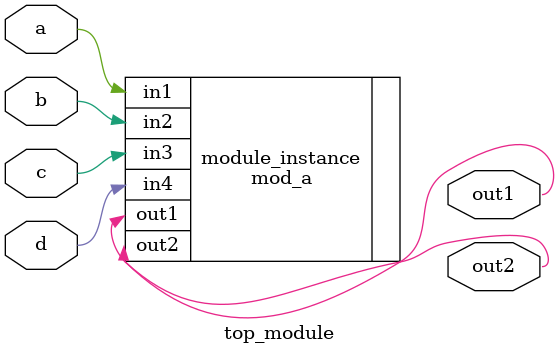
<source format=sv>
module top_module(
	input a,
	input b,
	input c,
	input d,
	output out1,
	output out2
);
	mod_a module_instance(
		.out1(out1),
		.out2(out2),
		.in1(a),
		.in2(b),
		.in3(c),
		.in4(d),
	);
endmodule

</source>
